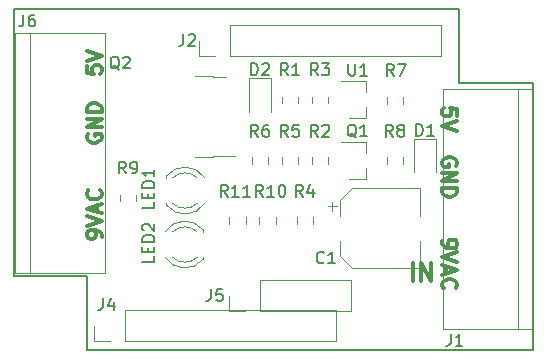
<source format=gto>
G04 #@! TF.GenerationSoftware,KiCad,Pcbnew,5.1.4+dfsg1-1*
G04 #@! TF.CreationDate,2020-09-13T01:28:56+02:00*
G04 #@! TF.ProjectId,C64Saver2,43363453-6176-4657-9232-2e6b69636164,rev?*
G04 #@! TF.SameCoordinates,Original*
G04 #@! TF.FileFunction,Legend,Top*
G04 #@! TF.FilePolarity,Positive*
%FSLAX46Y46*%
G04 Gerber Fmt 4.6, Leading zero omitted, Abs format (unit mm)*
G04 Created by KiCad (PCBNEW 5.1.4+dfsg1-1) date 2020-09-13 01:28:56*
%MOMM*%
%LPD*%
G04 APERTURE LIST*
%ADD10C,0.150000*%
%ADD11C,0.300000*%
%ADD12C,0.120000*%
G04 APERTURE END LIST*
D10*
X140462000Y-106299000D02*
X140462000Y-83693000D01*
X146685000Y-106299000D02*
X140462000Y-106299000D01*
X146685000Y-112522000D02*
X146685000Y-106299000D01*
X184404000Y-112522000D02*
X146685000Y-112522000D01*
X184404000Y-89916000D02*
X184404000Y-112522000D01*
X178181000Y-89916000D02*
X184404000Y-89916000D01*
X178181000Y-83693000D02*
X178181000Y-89916000D01*
X140462000Y-83693000D02*
X178181000Y-83693000D01*
D11*
X147885476Y-103026523D02*
X147885476Y-102788428D01*
X147825952Y-102669380D01*
X147766428Y-102609857D01*
X147587857Y-102490809D01*
X147349761Y-102431285D01*
X146873571Y-102431285D01*
X146754523Y-102490809D01*
X146695000Y-102550333D01*
X146635476Y-102669380D01*
X146635476Y-102907476D01*
X146695000Y-103026523D01*
X146754523Y-103086047D01*
X146873571Y-103145571D01*
X147171190Y-103145571D01*
X147290238Y-103086047D01*
X147349761Y-103026523D01*
X147409285Y-102907476D01*
X147409285Y-102669380D01*
X147349761Y-102550333D01*
X147290238Y-102490809D01*
X147171190Y-102431285D01*
X146635476Y-102074142D02*
X147885476Y-101657476D01*
X146635476Y-101240809D01*
X147528333Y-100883666D02*
X147528333Y-100288428D01*
X147885476Y-101002714D02*
X146635476Y-100586047D01*
X147885476Y-100169380D01*
X147766428Y-99038428D02*
X147825952Y-99097952D01*
X147885476Y-99276523D01*
X147885476Y-99395571D01*
X147825952Y-99574142D01*
X147706904Y-99693190D01*
X147587857Y-99752714D01*
X147349761Y-99812238D01*
X147171190Y-99812238D01*
X146933095Y-99752714D01*
X146814047Y-99693190D01*
X146695000Y-99574142D01*
X146635476Y-99395571D01*
X146635476Y-99276523D01*
X146695000Y-99097952D01*
X146754523Y-99038428D01*
X146695000Y-94297380D02*
X146635476Y-94416428D01*
X146635476Y-94595000D01*
X146695000Y-94773571D01*
X146814047Y-94892619D01*
X146933095Y-94952142D01*
X147171190Y-95011666D01*
X147349761Y-95011666D01*
X147587857Y-94952142D01*
X147706904Y-94892619D01*
X147825952Y-94773571D01*
X147885476Y-94595000D01*
X147885476Y-94475952D01*
X147825952Y-94297380D01*
X147766428Y-94237857D01*
X147349761Y-94237857D01*
X147349761Y-94475952D01*
X147885476Y-93702142D02*
X146635476Y-93702142D01*
X147885476Y-92987857D01*
X146635476Y-92987857D01*
X147885476Y-92392619D02*
X146635476Y-92392619D01*
X146635476Y-92095000D01*
X146695000Y-91916428D01*
X146814047Y-91797380D01*
X146933095Y-91737857D01*
X147171190Y-91678333D01*
X147349761Y-91678333D01*
X147587857Y-91737857D01*
X147706904Y-91797380D01*
X147825952Y-91916428D01*
X147885476Y-92095000D01*
X147885476Y-92392619D01*
X146635476Y-88503095D02*
X146635476Y-89098333D01*
X147230714Y-89157857D01*
X147171190Y-89098333D01*
X147111666Y-88979285D01*
X147111666Y-88681666D01*
X147171190Y-88562619D01*
X147230714Y-88503095D01*
X147349761Y-88443571D01*
X147647380Y-88443571D01*
X147766428Y-88503095D01*
X147825952Y-88562619D01*
X147885476Y-88681666D01*
X147885476Y-88979285D01*
X147825952Y-89098333D01*
X147766428Y-89157857D01*
X146635476Y-88086428D02*
X147885476Y-87669761D01*
X146635476Y-87253095D01*
X174220285Y-106723571D02*
X174220285Y-105223571D01*
X174934571Y-106723571D02*
X174934571Y-105223571D01*
X175791714Y-106723571D01*
X175791714Y-105223571D01*
X176726523Y-103348476D02*
X176726523Y-103586571D01*
X176786047Y-103705619D01*
X176845571Y-103765142D01*
X177024142Y-103884190D01*
X177262238Y-103943714D01*
X177738428Y-103943714D01*
X177857476Y-103884190D01*
X177917000Y-103824666D01*
X177976523Y-103705619D01*
X177976523Y-103467523D01*
X177917000Y-103348476D01*
X177857476Y-103288952D01*
X177738428Y-103229428D01*
X177440809Y-103229428D01*
X177321761Y-103288952D01*
X177262238Y-103348476D01*
X177202714Y-103467523D01*
X177202714Y-103705619D01*
X177262238Y-103824666D01*
X177321761Y-103884190D01*
X177440809Y-103943714D01*
X177976523Y-104300857D02*
X176726523Y-104717523D01*
X177976523Y-105134190D01*
X177083666Y-105491333D02*
X177083666Y-106086571D01*
X176726523Y-105372285D02*
X177976523Y-105788952D01*
X176726523Y-106205619D01*
X176845571Y-107336571D02*
X176786047Y-107277047D01*
X176726523Y-107098476D01*
X176726523Y-106979428D01*
X176786047Y-106800857D01*
X176905095Y-106681809D01*
X177024142Y-106622285D01*
X177262238Y-106562761D01*
X177440809Y-106562761D01*
X177678904Y-106622285D01*
X177797952Y-106681809D01*
X177917000Y-106800857D01*
X177976523Y-106979428D01*
X177976523Y-107098476D01*
X177917000Y-107277047D01*
X177857476Y-107336571D01*
X177917000Y-96964619D02*
X177976523Y-96845571D01*
X177976523Y-96667000D01*
X177917000Y-96488428D01*
X177797952Y-96369380D01*
X177678904Y-96309857D01*
X177440809Y-96250333D01*
X177262238Y-96250333D01*
X177024142Y-96309857D01*
X176905095Y-96369380D01*
X176786047Y-96488428D01*
X176726523Y-96667000D01*
X176726523Y-96786047D01*
X176786047Y-96964619D01*
X176845571Y-97024142D01*
X177262238Y-97024142D01*
X177262238Y-96786047D01*
X176726523Y-97559857D02*
X177976523Y-97559857D01*
X176726523Y-98274142D01*
X177976523Y-98274142D01*
X176726523Y-98869380D02*
X177976523Y-98869380D01*
X177976523Y-99167000D01*
X177917000Y-99345571D01*
X177797952Y-99464619D01*
X177678904Y-99524142D01*
X177440809Y-99583666D01*
X177262238Y-99583666D01*
X177024142Y-99524142D01*
X176905095Y-99464619D01*
X176786047Y-99345571D01*
X176726523Y-99167000D01*
X176726523Y-98869380D01*
X177976523Y-92725904D02*
X177976523Y-92130666D01*
X177381285Y-92071142D01*
X177440809Y-92130666D01*
X177500333Y-92249714D01*
X177500333Y-92547333D01*
X177440809Y-92666380D01*
X177381285Y-92725904D01*
X177262238Y-92785428D01*
X176964619Y-92785428D01*
X176845571Y-92725904D01*
X176786047Y-92666380D01*
X176726523Y-92547333D01*
X176726523Y-92249714D01*
X176786047Y-92130666D01*
X176845571Y-92071142D01*
X177976523Y-93142571D02*
X176726523Y-93559238D01*
X177976523Y-93975904D01*
D12*
X160330000Y-89516500D02*
X160330000Y-92376500D01*
X162250000Y-89516500D02*
X160330000Y-89516500D01*
X162250000Y-92376500D02*
X162250000Y-89516500D01*
X174300000Y-94660000D02*
X174300000Y-97520000D01*
X176220000Y-94660000D02*
X174300000Y-94660000D01*
X176220000Y-97520000D02*
X176220000Y-94660000D01*
X156500000Y-102552000D02*
X156500000Y-102396000D01*
X156500000Y-104868000D02*
X156500000Y-104712000D01*
X153898870Y-102552163D02*
G75*
G02X155980961Y-102552000I1041130J-1079837D01*
G01*
X153898870Y-104711837D02*
G75*
G03X155980961Y-104712000I1041130J1079837D01*
G01*
X153267665Y-102553392D02*
G75*
G02X156500000Y-102396484I1672335J-1078608D01*
G01*
X153267665Y-104710608D02*
G75*
G03X156500000Y-104867516I1672335J1078608D01*
G01*
X153380000Y-100140000D02*
X153380000Y-100296000D01*
X153380000Y-97824000D02*
X153380000Y-97980000D01*
X155981130Y-100139837D02*
G75*
G02X153899039Y-100140000I-1041130J1079837D01*
G01*
X155981130Y-97980163D02*
G75*
G03X153899039Y-97980000I-1041130J-1079837D01*
G01*
X156612335Y-100138608D02*
G75*
G02X153380000Y-100295516I-1672335J1078608D01*
G01*
X156612335Y-97981392D02*
G75*
G03X153380000Y-97824484I-1672335J-1078608D01*
G01*
X158675000Y-101338748D02*
X158675000Y-101861252D01*
X160095000Y-101338748D02*
X160095000Y-101861252D01*
X161215000Y-101338748D02*
X161215000Y-101861252D01*
X162635000Y-101338748D02*
X162635000Y-101861252D01*
X149404000Y-99433748D02*
X149404000Y-99956252D01*
X150824000Y-99433748D02*
X150824000Y-99956252D01*
X172010000Y-96258748D02*
X172010000Y-96781252D01*
X173430000Y-96258748D02*
X173430000Y-96781252D01*
X172010000Y-91178748D02*
X172010000Y-91701252D01*
X173430000Y-91178748D02*
X173430000Y-91701252D01*
X162000000Y-96781252D02*
X162000000Y-96258748D01*
X160580000Y-96781252D02*
X160580000Y-96258748D01*
X163120000Y-96258748D02*
X163120000Y-96781252D01*
X164540000Y-96258748D02*
X164540000Y-96781252D01*
X164390000Y-101338748D02*
X164390000Y-101861252D01*
X165810000Y-101338748D02*
X165810000Y-101861252D01*
X165660000Y-91115248D02*
X165660000Y-91637752D01*
X167080000Y-91115248D02*
X167080000Y-91637752D01*
X165660000Y-96258748D02*
X165660000Y-96781252D01*
X167080000Y-96258748D02*
X167080000Y-96781252D01*
X163120000Y-91115248D02*
X163120000Y-91637752D01*
X164540000Y-91115248D02*
X164540000Y-91637752D01*
X167406250Y-99993750D02*
X167406250Y-100781250D01*
X167012500Y-100387500D02*
X167800000Y-100387500D01*
X168040000Y-104580563D02*
X169104437Y-105645000D01*
X168040000Y-99889437D02*
X169104437Y-98825000D01*
X168040000Y-99889437D02*
X168040000Y-101175000D01*
X168040000Y-104580563D02*
X168040000Y-103295000D01*
X169104437Y-105645000D02*
X174860000Y-105645000D01*
X169104437Y-98825000D02*
X174860000Y-98825000D01*
X174860000Y-98825000D02*
X174860000Y-101175000D01*
X174860000Y-105645000D02*
X174860000Y-103295000D01*
X170305000Y-92956500D02*
X168845000Y-92956500D01*
X170305000Y-89796500D02*
X168145000Y-89796500D01*
X170305000Y-89796500D02*
X170305000Y-90726500D01*
X170305000Y-92956500D02*
X170305000Y-92026500D01*
X170305000Y-98100000D02*
X168845000Y-98100000D01*
X170305000Y-94940000D02*
X168145000Y-94940000D01*
X170305000Y-94940000D02*
X170305000Y-95870000D01*
X170305000Y-98100000D02*
X170305000Y-97170000D01*
X148209000Y-85725000D02*
X140589000Y-85725000D01*
X140589000Y-106045000D02*
X148209000Y-106045000D01*
X141859000Y-106045000D02*
X141859000Y-85725000D01*
X148209000Y-85725000D02*
X148209000Y-106045000D01*
X140589000Y-85725000D02*
X140589000Y-106045000D01*
X176784000Y-110744000D02*
X184404000Y-110744000D01*
X184404000Y-90424000D02*
X176784000Y-90424000D01*
X183134000Y-90424000D02*
X183134000Y-110744000D01*
X176784000Y-110744000D02*
X176784000Y-90424000D01*
X184404000Y-110744000D02*
X184404000Y-90424000D01*
X155797600Y-96261600D02*
X157297600Y-96261600D01*
X157297600Y-96261600D02*
X157297600Y-96161600D01*
X157297600Y-96161600D02*
X159197600Y-96161600D01*
X155797600Y-89361600D02*
X157297600Y-89361600D01*
X157297600Y-89361600D02*
X157297600Y-89461600D01*
X157297600Y-89461600D02*
X158397600Y-89461600D01*
X176590000Y-87690000D02*
X176590000Y-85030000D01*
X158750000Y-87690000D02*
X176590000Y-87690000D01*
X158750000Y-85030000D02*
X176590000Y-85030000D01*
X158750000Y-87690000D02*
X158750000Y-85030000D01*
X157480000Y-87690000D02*
X156150000Y-87690000D01*
X156150000Y-87690000D02*
X156150000Y-86360000D01*
X167700000Y-111820000D02*
X167700000Y-109160000D01*
X149860000Y-111820000D02*
X167700000Y-111820000D01*
X149860000Y-109160000D02*
X167700000Y-109160000D01*
X149860000Y-111820000D02*
X149860000Y-109160000D01*
X148590000Y-111820000D02*
X147260000Y-111820000D01*
X147260000Y-111820000D02*
X147260000Y-110490000D01*
X168970000Y-109280000D02*
X168970000Y-106620000D01*
X161290000Y-109280000D02*
X168970000Y-109280000D01*
X161290000Y-106620000D02*
X168970000Y-106620000D01*
X161290000Y-109280000D02*
X161290000Y-106620000D01*
X160020000Y-109280000D02*
X158690000Y-109280000D01*
X158690000Y-109280000D02*
X158690000Y-107950000D01*
D10*
X160551904Y-89288880D02*
X160551904Y-88288880D01*
X160790000Y-88288880D01*
X160932857Y-88336500D01*
X161028095Y-88431738D01*
X161075714Y-88526976D01*
X161123333Y-88717452D01*
X161123333Y-88860309D01*
X161075714Y-89050785D01*
X161028095Y-89146023D01*
X160932857Y-89241261D01*
X160790000Y-89288880D01*
X160551904Y-89288880D01*
X161504285Y-88384119D02*
X161551904Y-88336500D01*
X161647142Y-88288880D01*
X161885238Y-88288880D01*
X161980476Y-88336500D01*
X162028095Y-88384119D01*
X162075714Y-88479357D01*
X162075714Y-88574595D01*
X162028095Y-88717452D01*
X161456666Y-89288880D01*
X162075714Y-89288880D01*
X174521904Y-94432380D02*
X174521904Y-93432380D01*
X174760000Y-93432380D01*
X174902857Y-93480000D01*
X174998095Y-93575238D01*
X175045714Y-93670476D01*
X175093333Y-93860952D01*
X175093333Y-94003809D01*
X175045714Y-94194285D01*
X174998095Y-94289523D01*
X174902857Y-94384761D01*
X174760000Y-94432380D01*
X174521904Y-94432380D01*
X176045714Y-94432380D02*
X175474285Y-94432380D01*
X175760000Y-94432380D02*
X175760000Y-93432380D01*
X175664761Y-93575238D01*
X175569523Y-93670476D01*
X175474285Y-93718095D01*
X152344380Y-104624047D02*
X152344380Y-105100238D01*
X151344380Y-105100238D01*
X151820571Y-104290714D02*
X151820571Y-103957380D01*
X152344380Y-103814523D02*
X152344380Y-104290714D01*
X151344380Y-104290714D01*
X151344380Y-103814523D01*
X152344380Y-103385952D02*
X151344380Y-103385952D01*
X151344380Y-103147857D01*
X151392000Y-103005000D01*
X151487238Y-102909761D01*
X151582476Y-102862142D01*
X151772952Y-102814523D01*
X151915809Y-102814523D01*
X152106285Y-102862142D01*
X152201523Y-102909761D01*
X152296761Y-103005000D01*
X152344380Y-103147857D01*
X152344380Y-103385952D01*
X151439619Y-102433571D02*
X151392000Y-102385952D01*
X151344380Y-102290714D01*
X151344380Y-102052619D01*
X151392000Y-101957380D01*
X151439619Y-101909761D01*
X151534857Y-101862142D01*
X151630095Y-101862142D01*
X151772952Y-101909761D01*
X152344380Y-102481190D01*
X152344380Y-101862142D01*
X152344380Y-100052047D02*
X152344380Y-100528238D01*
X151344380Y-100528238D01*
X151820571Y-99718714D02*
X151820571Y-99385380D01*
X152344380Y-99242523D02*
X152344380Y-99718714D01*
X151344380Y-99718714D01*
X151344380Y-99242523D01*
X152344380Y-98813952D02*
X151344380Y-98813952D01*
X151344380Y-98575857D01*
X151392000Y-98433000D01*
X151487238Y-98337761D01*
X151582476Y-98290142D01*
X151772952Y-98242523D01*
X151915809Y-98242523D01*
X152106285Y-98290142D01*
X152201523Y-98337761D01*
X152296761Y-98433000D01*
X152344380Y-98575857D01*
X152344380Y-98813952D01*
X152344380Y-97290142D02*
X152344380Y-97861571D01*
X152344380Y-97575857D02*
X151344380Y-97575857D01*
X151487238Y-97671095D01*
X151582476Y-97766333D01*
X151630095Y-97861571D01*
X158551642Y-99575880D02*
X158218309Y-99099690D01*
X157980214Y-99575880D02*
X157980214Y-98575880D01*
X158361166Y-98575880D01*
X158456404Y-98623500D01*
X158504023Y-98671119D01*
X158551642Y-98766357D01*
X158551642Y-98909214D01*
X158504023Y-99004452D01*
X158456404Y-99052071D01*
X158361166Y-99099690D01*
X157980214Y-99099690D01*
X159504023Y-99575880D02*
X158932595Y-99575880D01*
X159218309Y-99575880D02*
X159218309Y-98575880D01*
X159123071Y-98718738D01*
X159027833Y-98813976D01*
X158932595Y-98861595D01*
X160456404Y-99575880D02*
X159884976Y-99575880D01*
X160170690Y-99575880D02*
X160170690Y-98575880D01*
X160075452Y-98718738D01*
X159980214Y-98813976D01*
X159884976Y-98861595D01*
X161536142Y-99575880D02*
X161202809Y-99099690D01*
X160964714Y-99575880D02*
X160964714Y-98575880D01*
X161345666Y-98575880D01*
X161440904Y-98623500D01*
X161488523Y-98671119D01*
X161536142Y-98766357D01*
X161536142Y-98909214D01*
X161488523Y-99004452D01*
X161440904Y-99052071D01*
X161345666Y-99099690D01*
X160964714Y-99099690D01*
X162488523Y-99575880D02*
X161917095Y-99575880D01*
X162202809Y-99575880D02*
X162202809Y-98575880D01*
X162107571Y-98718738D01*
X162012333Y-98813976D01*
X161917095Y-98861595D01*
X163107571Y-98575880D02*
X163202809Y-98575880D01*
X163298047Y-98623500D01*
X163345666Y-98671119D01*
X163393285Y-98766357D01*
X163440904Y-98956833D01*
X163440904Y-99194928D01*
X163393285Y-99385404D01*
X163345666Y-99480642D01*
X163298047Y-99528261D01*
X163202809Y-99575880D01*
X163107571Y-99575880D01*
X163012333Y-99528261D01*
X162964714Y-99480642D01*
X162917095Y-99385404D01*
X162869476Y-99194928D01*
X162869476Y-98956833D01*
X162917095Y-98766357D01*
X162964714Y-98671119D01*
X163012333Y-98623500D01*
X163107571Y-98575880D01*
X149947333Y-97607380D02*
X149614000Y-97131190D01*
X149375904Y-97607380D02*
X149375904Y-96607380D01*
X149756857Y-96607380D01*
X149852095Y-96655000D01*
X149899714Y-96702619D01*
X149947333Y-96797857D01*
X149947333Y-96940714D01*
X149899714Y-97035952D01*
X149852095Y-97083571D01*
X149756857Y-97131190D01*
X149375904Y-97131190D01*
X150423523Y-97607380D02*
X150614000Y-97607380D01*
X150709238Y-97559761D01*
X150756857Y-97512142D01*
X150852095Y-97369285D01*
X150899714Y-97178809D01*
X150899714Y-96797857D01*
X150852095Y-96702619D01*
X150804476Y-96655000D01*
X150709238Y-96607380D01*
X150518761Y-96607380D01*
X150423523Y-96655000D01*
X150375904Y-96702619D01*
X150328285Y-96797857D01*
X150328285Y-97035952D01*
X150375904Y-97131190D01*
X150423523Y-97178809D01*
X150518761Y-97226428D01*
X150709238Y-97226428D01*
X150804476Y-97178809D01*
X150852095Y-97131190D01*
X150899714Y-97035952D01*
X172553333Y-94495880D02*
X172220000Y-94019690D01*
X171981904Y-94495880D02*
X171981904Y-93495880D01*
X172362857Y-93495880D01*
X172458095Y-93543500D01*
X172505714Y-93591119D01*
X172553333Y-93686357D01*
X172553333Y-93829214D01*
X172505714Y-93924452D01*
X172458095Y-93972071D01*
X172362857Y-94019690D01*
X171981904Y-94019690D01*
X173124761Y-93924452D02*
X173029523Y-93876833D01*
X172981904Y-93829214D01*
X172934285Y-93733976D01*
X172934285Y-93686357D01*
X172981904Y-93591119D01*
X173029523Y-93543500D01*
X173124761Y-93495880D01*
X173315238Y-93495880D01*
X173410476Y-93543500D01*
X173458095Y-93591119D01*
X173505714Y-93686357D01*
X173505714Y-93733976D01*
X173458095Y-93829214D01*
X173410476Y-93876833D01*
X173315238Y-93924452D01*
X173124761Y-93924452D01*
X173029523Y-93972071D01*
X172981904Y-94019690D01*
X172934285Y-94114928D01*
X172934285Y-94305404D01*
X172981904Y-94400642D01*
X173029523Y-94448261D01*
X173124761Y-94495880D01*
X173315238Y-94495880D01*
X173410476Y-94448261D01*
X173458095Y-94400642D01*
X173505714Y-94305404D01*
X173505714Y-94114928D01*
X173458095Y-94019690D01*
X173410476Y-93972071D01*
X173315238Y-93924452D01*
X172616833Y-89352380D02*
X172283500Y-88876190D01*
X172045404Y-89352380D02*
X172045404Y-88352380D01*
X172426357Y-88352380D01*
X172521595Y-88400000D01*
X172569214Y-88447619D01*
X172616833Y-88542857D01*
X172616833Y-88685714D01*
X172569214Y-88780952D01*
X172521595Y-88828571D01*
X172426357Y-88876190D01*
X172045404Y-88876190D01*
X172950166Y-88352380D02*
X173616833Y-88352380D01*
X173188261Y-89352380D01*
X161123333Y-94495880D02*
X160790000Y-94019690D01*
X160551904Y-94495880D02*
X160551904Y-93495880D01*
X160932857Y-93495880D01*
X161028095Y-93543500D01*
X161075714Y-93591119D01*
X161123333Y-93686357D01*
X161123333Y-93829214D01*
X161075714Y-93924452D01*
X161028095Y-93972071D01*
X160932857Y-94019690D01*
X160551904Y-94019690D01*
X161980476Y-93495880D02*
X161790000Y-93495880D01*
X161694761Y-93543500D01*
X161647142Y-93591119D01*
X161551904Y-93733976D01*
X161504285Y-93924452D01*
X161504285Y-94305404D01*
X161551904Y-94400642D01*
X161599523Y-94448261D01*
X161694761Y-94495880D01*
X161885238Y-94495880D01*
X161980476Y-94448261D01*
X162028095Y-94400642D01*
X162075714Y-94305404D01*
X162075714Y-94067309D01*
X162028095Y-93972071D01*
X161980476Y-93924452D01*
X161885238Y-93876833D01*
X161694761Y-93876833D01*
X161599523Y-93924452D01*
X161551904Y-93972071D01*
X161504285Y-94067309D01*
X163663333Y-94495880D02*
X163330000Y-94019690D01*
X163091904Y-94495880D02*
X163091904Y-93495880D01*
X163472857Y-93495880D01*
X163568095Y-93543500D01*
X163615714Y-93591119D01*
X163663333Y-93686357D01*
X163663333Y-93829214D01*
X163615714Y-93924452D01*
X163568095Y-93972071D01*
X163472857Y-94019690D01*
X163091904Y-94019690D01*
X164568095Y-93495880D02*
X164091904Y-93495880D01*
X164044285Y-93972071D01*
X164091904Y-93924452D01*
X164187142Y-93876833D01*
X164425238Y-93876833D01*
X164520476Y-93924452D01*
X164568095Y-93972071D01*
X164615714Y-94067309D01*
X164615714Y-94305404D01*
X164568095Y-94400642D01*
X164520476Y-94448261D01*
X164425238Y-94495880D01*
X164187142Y-94495880D01*
X164091904Y-94448261D01*
X164044285Y-94400642D01*
X164933333Y-99575880D02*
X164600000Y-99099690D01*
X164361904Y-99575880D02*
X164361904Y-98575880D01*
X164742857Y-98575880D01*
X164838095Y-98623500D01*
X164885714Y-98671119D01*
X164933333Y-98766357D01*
X164933333Y-98909214D01*
X164885714Y-99004452D01*
X164838095Y-99052071D01*
X164742857Y-99099690D01*
X164361904Y-99099690D01*
X165790476Y-98909214D02*
X165790476Y-99575880D01*
X165552380Y-98528261D02*
X165314285Y-99242547D01*
X165933333Y-99242547D01*
X166203333Y-89288880D02*
X165870000Y-88812690D01*
X165631904Y-89288880D02*
X165631904Y-88288880D01*
X166012857Y-88288880D01*
X166108095Y-88336500D01*
X166155714Y-88384119D01*
X166203333Y-88479357D01*
X166203333Y-88622214D01*
X166155714Y-88717452D01*
X166108095Y-88765071D01*
X166012857Y-88812690D01*
X165631904Y-88812690D01*
X166536666Y-88288880D02*
X167155714Y-88288880D01*
X166822380Y-88669833D01*
X166965238Y-88669833D01*
X167060476Y-88717452D01*
X167108095Y-88765071D01*
X167155714Y-88860309D01*
X167155714Y-89098404D01*
X167108095Y-89193642D01*
X167060476Y-89241261D01*
X166965238Y-89288880D01*
X166679523Y-89288880D01*
X166584285Y-89241261D01*
X166536666Y-89193642D01*
X166203333Y-94495880D02*
X165870000Y-94019690D01*
X165631904Y-94495880D02*
X165631904Y-93495880D01*
X166012857Y-93495880D01*
X166108095Y-93543500D01*
X166155714Y-93591119D01*
X166203333Y-93686357D01*
X166203333Y-93829214D01*
X166155714Y-93924452D01*
X166108095Y-93972071D01*
X166012857Y-94019690D01*
X165631904Y-94019690D01*
X166584285Y-93591119D02*
X166631904Y-93543500D01*
X166727142Y-93495880D01*
X166965238Y-93495880D01*
X167060476Y-93543500D01*
X167108095Y-93591119D01*
X167155714Y-93686357D01*
X167155714Y-93781595D01*
X167108095Y-93924452D01*
X166536666Y-94495880D01*
X167155714Y-94495880D01*
X163663333Y-89288880D02*
X163330000Y-88812690D01*
X163091904Y-89288880D02*
X163091904Y-88288880D01*
X163472857Y-88288880D01*
X163568095Y-88336500D01*
X163615714Y-88384119D01*
X163663333Y-88479357D01*
X163663333Y-88622214D01*
X163615714Y-88717452D01*
X163568095Y-88765071D01*
X163472857Y-88812690D01*
X163091904Y-88812690D01*
X164615714Y-89288880D02*
X164044285Y-89288880D01*
X164330000Y-89288880D02*
X164330000Y-88288880D01*
X164234761Y-88431738D01*
X164139523Y-88526976D01*
X164044285Y-88574595D01*
X166711333Y-105132142D02*
X166663714Y-105179761D01*
X166520857Y-105227380D01*
X166425619Y-105227380D01*
X166282761Y-105179761D01*
X166187523Y-105084523D01*
X166139904Y-104989285D01*
X166092285Y-104798809D01*
X166092285Y-104655952D01*
X166139904Y-104465476D01*
X166187523Y-104370238D01*
X166282761Y-104275000D01*
X166425619Y-104227380D01*
X166520857Y-104227380D01*
X166663714Y-104275000D01*
X166711333Y-104322619D01*
X167663714Y-105227380D02*
X167092285Y-105227380D01*
X167378000Y-105227380D02*
X167378000Y-104227380D01*
X167282761Y-104370238D01*
X167187523Y-104465476D01*
X167092285Y-104513095D01*
X168783095Y-88328880D02*
X168783095Y-89138404D01*
X168830714Y-89233642D01*
X168878333Y-89281261D01*
X168973571Y-89328880D01*
X169164047Y-89328880D01*
X169259285Y-89281261D01*
X169306904Y-89233642D01*
X169354523Y-89138404D01*
X169354523Y-88328880D01*
X170354523Y-89328880D02*
X169783095Y-89328880D01*
X170068809Y-89328880D02*
X170068809Y-88328880D01*
X169973571Y-88471738D01*
X169878333Y-88566976D01*
X169783095Y-88614595D01*
X169449761Y-94567619D02*
X169354523Y-94520000D01*
X169259285Y-94424761D01*
X169116428Y-94281904D01*
X169021190Y-94234285D01*
X168925952Y-94234285D01*
X168973571Y-94472380D02*
X168878333Y-94424761D01*
X168783095Y-94329523D01*
X168735476Y-94139047D01*
X168735476Y-93805714D01*
X168783095Y-93615238D01*
X168878333Y-93520000D01*
X168973571Y-93472380D01*
X169164047Y-93472380D01*
X169259285Y-93520000D01*
X169354523Y-93615238D01*
X169402142Y-93805714D01*
X169402142Y-94139047D01*
X169354523Y-94329523D01*
X169259285Y-94424761D01*
X169164047Y-94472380D01*
X168973571Y-94472380D01*
X170354523Y-94472380D02*
X169783095Y-94472380D01*
X170068809Y-94472380D02*
X170068809Y-93472380D01*
X169973571Y-93615238D01*
X169878333Y-93710476D01*
X169783095Y-93758095D01*
X141271666Y-84161380D02*
X141271666Y-84875666D01*
X141224047Y-85018523D01*
X141128809Y-85113761D01*
X140985952Y-85161380D01*
X140890714Y-85161380D01*
X142176428Y-84161380D02*
X141985952Y-84161380D01*
X141890714Y-84209000D01*
X141843095Y-84256619D01*
X141747857Y-84399476D01*
X141700238Y-84589952D01*
X141700238Y-84970904D01*
X141747857Y-85066142D01*
X141795476Y-85113761D01*
X141890714Y-85161380D01*
X142081190Y-85161380D01*
X142176428Y-85113761D01*
X142224047Y-85066142D01*
X142271666Y-84970904D01*
X142271666Y-84732809D01*
X142224047Y-84637571D01*
X142176428Y-84589952D01*
X142081190Y-84542333D01*
X141890714Y-84542333D01*
X141795476Y-84589952D01*
X141747857Y-84637571D01*
X141700238Y-84732809D01*
X177438726Y-111212380D02*
X177438726Y-111926666D01*
X177391107Y-112069523D01*
X177295869Y-112164761D01*
X177153012Y-112212380D01*
X177057774Y-112212380D01*
X178438726Y-112212380D02*
X177867298Y-112212380D01*
X178153012Y-112212380D02*
X178153012Y-111212380D01*
X178057774Y-111355238D01*
X177962536Y-111450476D01*
X177867298Y-111498095D01*
X149380361Y-88812619D02*
X149285123Y-88765000D01*
X149189885Y-88669761D01*
X149047028Y-88526904D01*
X148951790Y-88479285D01*
X148856552Y-88479285D01*
X148904171Y-88717380D02*
X148808933Y-88669761D01*
X148713695Y-88574523D01*
X148666076Y-88384047D01*
X148666076Y-88050714D01*
X148713695Y-87860238D01*
X148808933Y-87765000D01*
X148904171Y-87717380D01*
X149094647Y-87717380D01*
X149189885Y-87765000D01*
X149285123Y-87860238D01*
X149332742Y-88050714D01*
X149332742Y-88384047D01*
X149285123Y-88574523D01*
X149189885Y-88669761D01*
X149094647Y-88717380D01*
X148904171Y-88717380D01*
X149713695Y-87812619D02*
X149761314Y-87765000D01*
X149856552Y-87717380D01*
X150094647Y-87717380D01*
X150189885Y-87765000D01*
X150237504Y-87812619D01*
X150285123Y-87907857D01*
X150285123Y-88003095D01*
X150237504Y-88145952D01*
X149666076Y-88717380D01*
X150285123Y-88717380D01*
X154816666Y-85812380D02*
X154816666Y-86526666D01*
X154769047Y-86669523D01*
X154673809Y-86764761D01*
X154530952Y-86812380D01*
X154435714Y-86812380D01*
X155245238Y-85907619D02*
X155292857Y-85860000D01*
X155388095Y-85812380D01*
X155626190Y-85812380D01*
X155721428Y-85860000D01*
X155769047Y-85907619D01*
X155816666Y-86002857D01*
X155816666Y-86098095D01*
X155769047Y-86240952D01*
X155197619Y-86812380D01*
X155816666Y-86812380D01*
X148002666Y-108164380D02*
X148002666Y-108878666D01*
X147955047Y-109021523D01*
X147859809Y-109116761D01*
X147716952Y-109164380D01*
X147621714Y-109164380D01*
X148907428Y-108497714D02*
X148907428Y-109164380D01*
X148669333Y-108116761D02*
X148431238Y-108831047D01*
X149050285Y-108831047D01*
X157146666Y-107402380D02*
X157146666Y-108116666D01*
X157099047Y-108259523D01*
X157003809Y-108354761D01*
X156860952Y-108402380D01*
X156765714Y-108402380D01*
X158099047Y-107402380D02*
X157622857Y-107402380D01*
X157575238Y-107878571D01*
X157622857Y-107830952D01*
X157718095Y-107783333D01*
X157956190Y-107783333D01*
X158051428Y-107830952D01*
X158099047Y-107878571D01*
X158146666Y-107973809D01*
X158146666Y-108211904D01*
X158099047Y-108307142D01*
X158051428Y-108354761D01*
X157956190Y-108402380D01*
X157718095Y-108402380D01*
X157622857Y-108354761D01*
X157575238Y-108307142D01*
M02*

</source>
